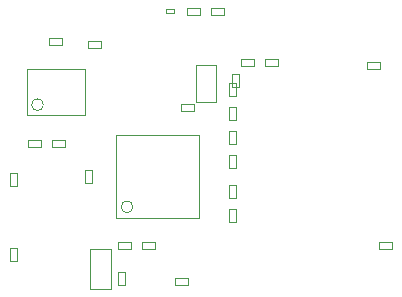
<source format=gbr>
G04 Layer_Color=16711935*
%FSLAX42Y42*%
%MOMM*%
%TF.FileFunction,Other,Mechanical_13*%
%TF.Part,Single*%
G01*
G75*
%TA.AperFunction,NonConductor*%
%ADD64C,0.10*%
D64*
X1136Y1442D02*
G03*
X1136Y1442I-50J0D01*
G01*
X378Y2308D02*
G03*
X378Y2308I-50J0D01*
G01*
X792Y1647D02*
Y1757D01*
X732Y1647D02*
Y1757D01*
Y1647D02*
X792D01*
X732Y1757D02*
X792D01*
X3120Y2672D02*
X3230D01*
X3120Y2612D02*
X3230D01*
Y2672D01*
X3120Y2612D02*
Y2672D01*
X1214Y1088D02*
X1324D01*
X1214Y1148D02*
X1324D01*
X1214Y1088D02*
Y1148D01*
X1324Y1088D02*
Y1148D01*
X2011Y1316D02*
Y1426D01*
X1951Y1316D02*
Y1426D01*
Y1316D02*
X2011D01*
X1951Y1426D02*
X2011D01*
X1071Y783D02*
Y893D01*
X1011Y783D02*
Y893D01*
Y783D02*
X1071D01*
X1011Y893D02*
X1071D01*
X97Y1621D02*
Y1731D01*
X157Y1621D02*
Y1731D01*
X97D02*
X157D01*
X97Y1621D02*
X157D01*
X1012Y1088D02*
X1122D01*
X1012Y1148D02*
X1122D01*
X1012Y1088D02*
Y1148D01*
X1122Y1088D02*
Y1148D01*
X157Y986D02*
Y1096D01*
X97Y986D02*
Y1096D01*
Y986D02*
X157D01*
X97Y1096D02*
X157D01*
X954Y744D02*
Y1084D01*
X774Y744D02*
Y1084D01*
Y744D02*
X954D01*
X774Y1084D02*
X954D01*
X1838Y2334D02*
Y2644D01*
X1668Y2334D02*
Y2644D01*
Y2334D02*
X1838D01*
X1668Y2644D02*
X1838D01*
X758Y2789D02*
X868D01*
X758Y2849D02*
X868D01*
Y2789D02*
Y2849D01*
X758Y2789D02*
Y2849D01*
X996Y2052D02*
X1696D01*
X996Y1352D02*
X1696D01*
Y2052D01*
X996Y1352D02*
Y2052D01*
X1951Y1977D02*
Y2087D01*
X2011Y1977D02*
Y2087D01*
X1951D02*
X2011D01*
X1951Y1977D02*
X2011D01*
X1951Y2382D02*
Y2492D01*
X2011Y2382D02*
Y2492D01*
X1951D02*
X2011D01*
X1951Y2382D02*
X2011D01*
X1545Y2316D02*
X1655D01*
X1545Y2256D02*
X1655D01*
Y2316D01*
X1545Y2256D02*
Y2316D01*
X1951Y1519D02*
Y1629D01*
X2011Y1519D02*
Y1629D01*
X1951D02*
X2011D01*
X1951Y1519D02*
X2011D01*
X2011Y1773D02*
Y1883D01*
X1951Y1773D02*
Y1883D01*
Y1773D02*
X2011D01*
X1951Y1883D02*
X2011D01*
Y2181D02*
Y2291D01*
X1951Y2181D02*
Y2291D01*
Y2181D02*
X2011D01*
X1951Y2291D02*
X2011D01*
X2053Y2697D02*
X2163D01*
X2053Y2637D02*
X2163D01*
X2053D02*
Y2697D01*
X2163Y2637D02*
Y2697D01*
X1596Y3129D02*
X1706D01*
X1596Y3069D02*
X1706D01*
X1596D02*
Y3129D01*
X1706Y3069D02*
Y3129D01*
X2037Y2459D02*
Y2569D01*
X1977Y2459D02*
Y2569D01*
X2037D01*
X1977Y2459D02*
X2037D01*
X1480Y3081D02*
Y3116D01*
X1415Y3081D02*
Y3116D01*
Y3081D02*
X1480D01*
X1415Y3116D02*
X1480D01*
X428Y2815D02*
X538D01*
X428Y2875D02*
X538D01*
Y2815D02*
Y2875D01*
X428Y2815D02*
Y2875D01*
X2256Y2637D02*
X2366D01*
X2256Y2697D02*
X2366D01*
Y2637D02*
Y2697D01*
X2256Y2637D02*
Y2697D01*
X1799Y3069D02*
X1909D01*
X1799Y3129D02*
X1909D01*
Y3069D02*
Y3129D01*
X1799Y3069D02*
Y3129D01*
X728Y2218D02*
Y2608D01*
X238Y2218D02*
Y2608D01*
X728D01*
X238Y2218D02*
X728D01*
X250Y2011D02*
X360D01*
X250Y1951D02*
X360D01*
X250D02*
Y2011D01*
X360Y1951D02*
Y2011D01*
X453D02*
X563D01*
X453Y1951D02*
X563D01*
X453D02*
Y2011D01*
X563Y1951D02*
Y2011D01*
X1495Y843D02*
X1605D01*
X1495Y783D02*
X1605D01*
X1495D02*
Y843D01*
X1605Y783D02*
Y843D01*
X3222Y1088D02*
X3332D01*
X3222Y1148D02*
X3332D01*
Y1088D02*
Y1148D01*
X3222Y1088D02*
Y1148D01*
%TF.MD5,cbf527f9fa4ef3892ce4e07cab877fe2*%
M02*

</source>
